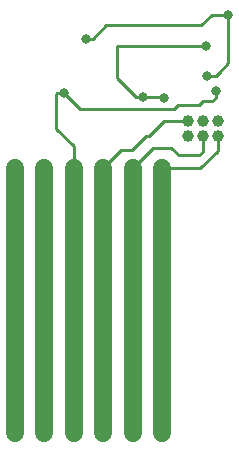
<source format=gbl>
G04 #@! TF.GenerationSoftware,KiCad,Pcbnew,(5.1.0)-1*
G04 #@! TF.CreationDate,2019-11-14T11:54:30+01:00*
G04 #@! TF.ProjectId,perpendicular_pcb,70657270-656e-4646-9963-756c61725f70,rev?*
G04 #@! TF.SameCoordinates,Original*
G04 #@! TF.FileFunction,Copper,L2,Bot*
G04 #@! TF.FilePolarity,Positive*
%FSLAX46Y46*%
G04 Gerber Fmt 4.6, Leading zero omitted, Abs format (unit mm)*
G04 Created by KiCad (PCBNEW (5.1.0)-1) date 2019-11-14 11:54:30*
%MOMM*%
%LPD*%
G04 APERTURE LIST*
%ADD10C,0.800000*%
%ADD11C,1.000000*%
%ADD12C,1.500000*%
%ADD13C,0.250000*%
G04 APERTURE END LIST*
D10*
X154000000Y-96000000D03*
X151500000Y-96000000D03*
X149000000Y-96000000D03*
D11*
X157415000Y-93290000D03*
X158685000Y-93290000D03*
X156145000Y-92020000D03*
X158685000Y-92020000D03*
D10*
X152350000Y-90020000D03*
X141500000Y-96000000D03*
X157670000Y-85690000D03*
D11*
X157415000Y-92020000D03*
D10*
X154190000Y-90130000D03*
D11*
X156145000Y-93290000D03*
D10*
X144000000Y-96000000D03*
X159610000Y-83070000D03*
X157790000Y-88250000D03*
X147540000Y-85080000D03*
X146500000Y-96000000D03*
X158520000Y-89510000D03*
X145665000Y-89715000D03*
D12*
X154000000Y-96000000D02*
X154000000Y-118500000D01*
X151500000Y-96000000D02*
X151500000Y-118500000D01*
X149000000Y-96000000D02*
X149000000Y-118500000D01*
D13*
X154000000Y-96000000D02*
X157240000Y-96000000D01*
X158685000Y-94555000D02*
X158685000Y-93290000D01*
X157240000Y-96000000D02*
X158685000Y-94555000D01*
X151909999Y-95600001D02*
X153210000Y-94300000D01*
X153210000Y-94300000D02*
X154780000Y-94300000D01*
X154780000Y-94300000D02*
X155450000Y-94970000D01*
X155450000Y-94970000D02*
X157090000Y-94970000D01*
X157415000Y-94645000D02*
X157415000Y-93290000D01*
X157090000Y-94970000D02*
X157415000Y-94645000D01*
X154180000Y-92020000D02*
X156145000Y-92020000D01*
X152910000Y-93290000D02*
X154180000Y-92020000D01*
X152660000Y-93290000D02*
X152910000Y-93290000D01*
X151450000Y-94500000D02*
X152660000Y-93290000D01*
X149000000Y-96000000D02*
X150500000Y-94500000D01*
X150500000Y-94500000D02*
X151450000Y-94500000D01*
D12*
X141500000Y-96000000D02*
X141500000Y-118500000D01*
D13*
X157670000Y-85690000D02*
X150200000Y-85690000D01*
X150200000Y-88435685D02*
X150200000Y-87700000D01*
X151784315Y-90020000D02*
X150200000Y-88435685D01*
X152350000Y-90020000D02*
X151784315Y-90020000D01*
X150200000Y-88140000D02*
X150200000Y-87700000D01*
X150200000Y-87420000D02*
X150200000Y-87700000D01*
X150200000Y-85690000D02*
X150200000Y-87420000D01*
X154080000Y-90020000D02*
X154190000Y-90130000D01*
X152350000Y-90020000D02*
X154080000Y-90020000D01*
D12*
X144000000Y-96000000D02*
X144000000Y-118500000D01*
D13*
X159610000Y-87180000D02*
X159610000Y-83070000D01*
X158540000Y-88250000D02*
X157790000Y-88250000D01*
X158775000Y-88015000D02*
X158540000Y-88250000D01*
X158775000Y-88015000D02*
X159610000Y-87180000D01*
X148105685Y-85080000D02*
X149215685Y-83970000D01*
X147540000Y-85080000D02*
X148105685Y-85080000D01*
X158180000Y-83070000D02*
X157280000Y-83970000D01*
X159610000Y-83070000D02*
X158180000Y-83070000D01*
X149215685Y-83970000D02*
X157280000Y-83970000D01*
D12*
X146500000Y-96000000D02*
X146500000Y-118500000D01*
D13*
X158520000Y-90075685D02*
X158235685Y-90360000D01*
X158520000Y-89510000D02*
X158520000Y-90075685D01*
X158235685Y-90360000D02*
X157470000Y-90360000D01*
X157470000Y-90360000D02*
X157120000Y-90710000D01*
X157120000Y-90710000D02*
X155380000Y-90710000D01*
X155380000Y-90710000D02*
X155020000Y-91070000D01*
X155020000Y-91070000D02*
X147020000Y-91070000D01*
X147010000Y-91060000D02*
X146435000Y-90485000D01*
X146435000Y-90485000D02*
X145665000Y-89715000D01*
X145099315Y-89715000D02*
X145004315Y-89810000D01*
X145665000Y-89715000D02*
X145099315Y-89715000D01*
X145004315Y-89810000D02*
X145004315Y-92714315D01*
X146500000Y-94210000D02*
X146500000Y-96000000D01*
X145004315Y-92714315D02*
X146500000Y-94210000D01*
M02*

</source>
